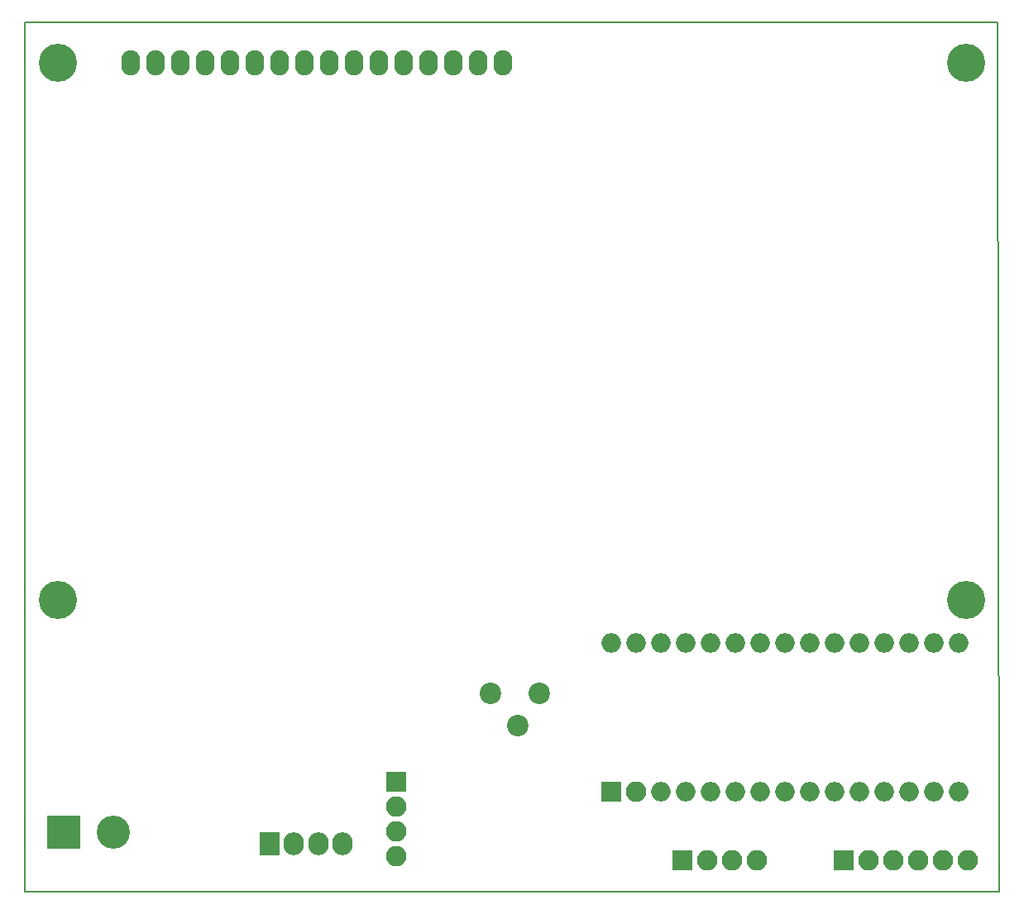
<source format=gbr>
G04 #@! TF.GenerationSoftware,KiCad,Pcbnew,(5.0.0)*
G04 #@! TF.CreationDate,2019-03-04T17:15:25-05:00*
G04 #@! TF.ProjectId,nivel y temperatura,6E6976656C20792074656D7065726174,V 1.0*
G04 #@! TF.SameCoordinates,Original*
G04 #@! TF.FileFunction,Soldermask,Bot*
G04 #@! TF.FilePolarity,Negative*
%FSLAX46Y46*%
G04 Gerber Fmt 4.6, Leading zero omitted, Abs format (unit mm)*
G04 Created by KiCad (PCBNEW (5.0.0)) date 03/04/19 17:15:25*
%MOMM*%
%LPD*%
G01*
G04 APERTURE LIST*
%ADD10C,0.150000*%
%ADD11O,1.900000X2.600000*%
%ADD12C,3.900000*%
%ADD13R,2.100000X2.100000*%
%ADD14O,2.100000X2.100000*%
%ADD15O,2.000000X2.000000*%
%ADD16R,2.100000X2.350000*%
%ADD17O,2.100000X2.350000*%
%ADD18R,3.399740X3.399740*%
%ADD19C,3.399740*%
%ADD20C,2.200000*%
G04 APERTURE END LIST*
D10*
X92202000Y-45974000D02*
X92202000Y-134974000D01*
X191770000Y-45974000D02*
X92202000Y-45974000D01*
X191900000Y-135000000D02*
X191770000Y-45970000D01*
X92202000Y-135000000D02*
X191900000Y-135000000D01*
D11*
G04 #@! TO.C,U1*
X141145601Y-50135101D03*
X138605601Y-50135101D03*
X136065601Y-50135101D03*
X133525601Y-50135101D03*
X130985601Y-50135101D03*
X128445601Y-50135101D03*
X125905601Y-50135101D03*
X123365601Y-50135101D03*
X120825601Y-50135101D03*
X118285601Y-50135101D03*
X115745601Y-50135101D03*
X113205601Y-50135101D03*
X110665601Y-50135101D03*
X108125601Y-50135101D03*
X105585601Y-50135101D03*
X103045601Y-50135101D03*
D12*
X95545601Y-105135101D03*
X188545381Y-105135681D03*
X188545381Y-50134521D03*
X95545821Y-50134521D03*
G04 #@! TD*
D13*
G04 #@! TO.C,S-DTH1*
X130149600Y-123748800D03*
D14*
X130149600Y-126288800D03*
X130149600Y-128828800D03*
X130149600Y-131368800D03*
G04 #@! TD*
D15*
G04 #@! TO.C,A1*
X187756800Y-109575600D03*
X187756800Y-124815600D03*
X152196800Y-109575600D03*
X185216800Y-124815600D03*
X154736800Y-109575600D03*
X182676800Y-124815600D03*
X157276800Y-109575600D03*
X180136800Y-124815600D03*
X159816800Y-109575600D03*
X177596800Y-124815600D03*
X162356800Y-109575600D03*
X175056800Y-124815600D03*
X164896800Y-109575600D03*
X172516800Y-124815600D03*
X167436800Y-109575600D03*
X169976800Y-124815600D03*
X169976800Y-109575600D03*
X167436800Y-124815600D03*
X172516800Y-109575600D03*
X164896800Y-124815600D03*
X175056800Y-109575600D03*
X162356800Y-124815600D03*
X177596800Y-109575600D03*
X159816800Y-124815600D03*
X180136800Y-109575600D03*
X157276800Y-124815600D03*
X182676800Y-109575600D03*
D14*
X154736800Y-124815600D03*
D15*
X185216800Y-109575600D03*
D13*
X152196800Y-124815600D03*
G04 #@! TD*
G04 #@! TO.C,RTC1*
X159512000Y-131775200D03*
D14*
X162052000Y-131775200D03*
X164592000Y-131775200D03*
X167132000Y-131775200D03*
G04 #@! TD*
D13*
G04 #@! TO.C,SD1*
X175971200Y-131826000D03*
D14*
X178511200Y-131826000D03*
X181051200Y-131826000D03*
X183591200Y-131826000D03*
X186131200Y-131826000D03*
X188671200Y-131826000D03*
G04 #@! TD*
D16*
G04 #@! TO.C,Sensor1*
X117195600Y-130098800D03*
D17*
X119695600Y-130098800D03*
X122195600Y-130098800D03*
X124695600Y-130098800D03*
G04 #@! TD*
D18*
G04 #@! TO.C, *
X96113600Y-128930400D03*
D19*
X101193600Y-128930400D03*
G04 #@! TD*
D20*
G04 #@! TO.C,RV1*
X144830800Y-114681000D03*
X139852400Y-114681000D03*
X142595600Y-117983000D03*
G04 #@! TD*
M02*

</source>
